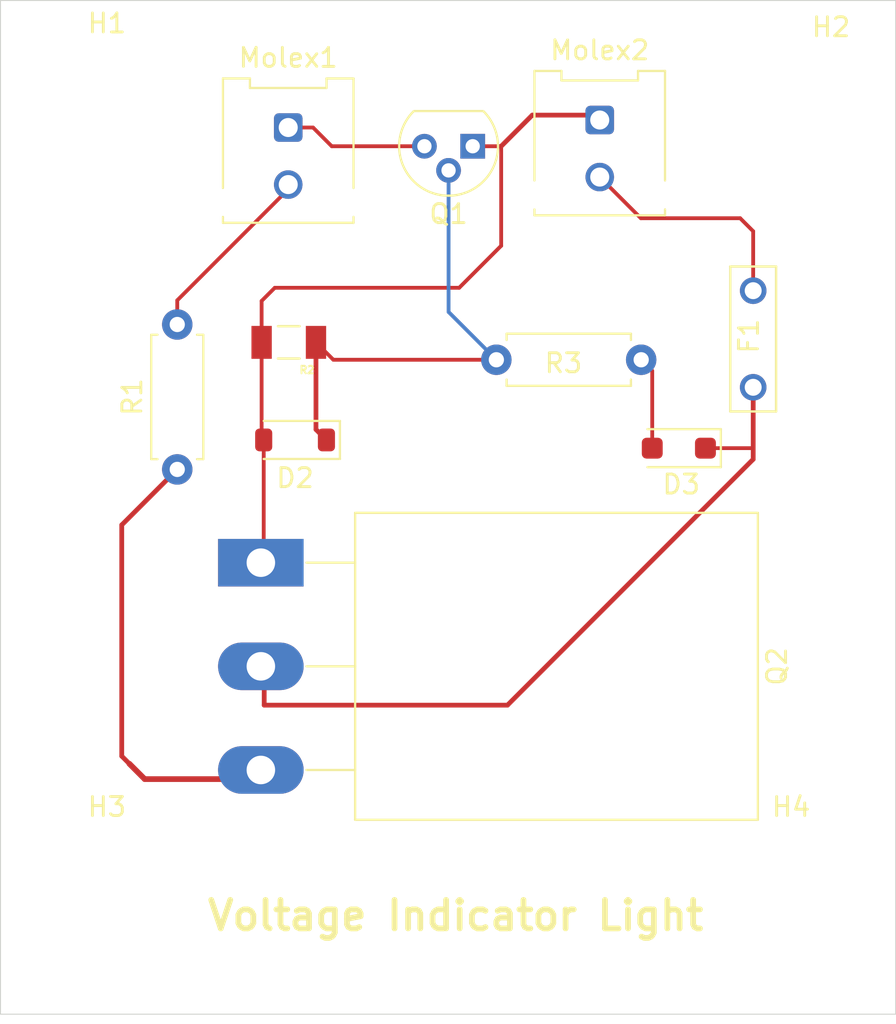
<source format=kicad_pcb>
(kicad_pcb (version 20240108) (generator "pcbnew") (generator_version "8.0")
  (layers (0 "F.Cu" signal) (31 "B.Cu" signal) (34 "B.Paste" user) (35 "F.Paste" user) (36 "B.SilkS" user "B.Silkscreen") (37 "F.SilkS" user "F.Silkscreen") (38 "B.Mask" user) (39 "F.Mask" user) (44 "Edge.Cuts" user))
  (net 0 "")
  (net 1 "Net-(D2-K)")
  (net 2 "/LED+")
  (net 3 "Net-(D3-K)")
  (net 4 "Net-(D3-A)")
  (net 5 "/HV-")
  (net 6 "/LED-")
  (net 7 "/HV+")
  (net 8 "Net-(Q2-S)")
  (footprint "MountingHole:MountingHole_4.3mm_M4" (layer "F.Cu") (at 156.2 107.6)
    (property "Reference" "H4" (at 0 -5.3 0) (layer "F.SilkS"))
    (property "Value" "MountingHole")
    (pad "" np_thru_hole circle (at 0 0) (size 4.3 4.3) (drill 4.3) (layers "*.Cu" "*.Mask"))
  )
  (footprint "Package_TO_SOT_THT:TO-92" (layer "F.Cu") (at 139.446 67.564 180)
    (property "Reference" "Q1" (at 1.27 -3.56 0) (layer "F.SilkS"))
    (property "Value" "VN2460")
    (fp_line (start -0.53 1.85) (end 3.07 1.85) (stroke (width 0.12)) (layer "F.SilkS"))
    (fp_arc (start 1.27 -2.6) (mid 3.672087 -0.994977) (end 3.108478 1.838478) (stroke (width 0.12)) (layer "F.SilkS"))
    (fp_arc (start -0.568478 1.838478) (mid -1.132087 -0.994977) (end 1.27 -2.6) (stroke (width 0.12)) (layer "F.SilkS"))
    (pad "1" thru_hole rect (at 0 0 180) (size 1.3 1.3) (drill 0.75) (layers "*.Cu" "*.Mask") (net 5 "/HV-"))
    (pad "2" thru_hole circle (at 1.27 -1.27 180) (size 1.3 1.3) (drill 0.75) (layers "*.Cu" "*.Mask") (net 1 "Net-(D2-K)"))
    (pad "3" thru_hole circle (at 2.54 0 180) (size 1.3 1.3) (drill 0.75) (layers "*.Cu" "*.Mask") (net 6 "/LED-"))
  )
  (footprint "Connector_Molex:Molex_Micro-Fit_3.0_43045-0212_2x01_P3.00mm_Vertical" (layer "F.Cu") (at 129.74 66.58)
    (property "Reference" "Molex1" (at 0 -3.67 0) (layer "F.SilkS"))
    (property "Value" "043045-0212")
    (fp_line (start -3.435 -2.58) (end -2.015 -2.58) (stroke (width 0.12)) (layer "F.SilkS"))
    (fp_line (start -3.435 3.18) (end -3.435 -2.58) (stroke (width 0.12)) (layer "F.SilkS"))
    (fp_line (start -3.435 4.7) (end -3.435 5.01) (stroke (width 0.12)) (layer "F.SilkS"))
    (fp_line (start -3.435 5.01) (end 3.435 5.01) (stroke (width 0.12)) (layer "F.SilkS"))
    (fp_line (start -2.015 -2.58) (end -2.015 -2.08) (stroke (width 0.12)) (layer "F.SilkS"))
    (fp_line (start -2.015 -2.08) (end 2.015 -2.08) (stroke (width 0.12)) (layer "F.SilkS"))
    (fp_line (start 2.015 -2.58) (end 3.435 -2.58) (stroke (width 0.12)) (layer "F.SilkS"))
    (fp_line (start 2.015 -2.08) (end 2.015 -2.58) (stroke (width 0.12)) (layer "F.SilkS"))
    (fp_line (start 3.435 -2.58) (end 3.435 3.18) (stroke (width 0.12)) (layer "F.SilkS"))
    (fp_line (start 3.435 5.01) (end 3.435 4.7) (stroke (width 0.12)) (layer "F.SilkS"))
    (pad "" np_thru_hole circle (at -3 3.94) (size 1 1) (drill 1) (layers "*.Cu" "*.Mask"))
    (pad "" np_thru_hole circle (at 3 3.94) (size 1 1) (drill 1) (layers "*.Cu" "*.Mask"))
    (pad "1" thru_hole roundrect (at 0 0) (size 1.5 1.5) (drill 1) (layers "*.Cu" "*.Mask") (roundrect_rratio 0.166667) (net 6 "/LED-"))
    (pad "2" thru_hole circle (at 0 3) (size 1.5 1.5) (drill 1) (layers "*.Cu" "*.Mask") (net 2 "/LED+"))
  )
  (footprint "Resistor_SMD:RESC3116X65N" (layer "F.Cu") (at 129.7696 77.8764 180)
    (property "Reference" "R2" (at -0.96 -1.45 0) (layer "F.SilkS") (effects (font (size 0.393701 0.393701))))
    (property "Value" "RK73G2BTTD1004C")
    (fp_line (start -0.57 0.85) (end 0.57 0.85) (stroke (width 0.127)) (layer "F.SilkS"))
    (fp_line (start -0.57 -0.85) (end 0.57 -0.85) (stroke (width 0.127)) (layer "F.SilkS"))
    (pad "1" smd rect (at -1.43 0 180) (size 1.07 1.73) (layers "F.Cu" "F.Paste" "F.Mask") (net 1 "Net-(D2-K)"))
    (pad "2" smd rect (at 1.43 0 180) (size 1.07 1.73) (layers "F.Cu" "F.Paste" "F.Mask") (net 5 "/HV-"))
  )
  (footprint "Connector_Molex:Molex_Micro-Fit_3.0_43045-0212_2x01_P3.00mm_Vertical" (layer "F.Cu") (at 146.13 66.185)
    (property "Reference" "Molex2" (at 0 -3.67 0) (layer "F.SilkS"))
    (property "Value" "043045-0212")
    (fp_line (start -3.435 -2.58) (end -2.015 -2.58) (stroke (width 0.12)) (layer "F.SilkS"))
    (fp_line (start -3.435 3.18) (end -3.435 -2.58) (stroke (width 0.12)) (layer "F.SilkS"))
    (fp_line (start -3.435 4.7) (end -3.435 5.01) (stroke (width 0.12)) (layer "F.SilkS"))
    (fp_line (start -3.435 5.01) (end 3.435 5.01) (stroke (width 0.12)) (layer "F.SilkS"))
    (fp_line (start -2.015 -2.58) (end -2.015 -2.08) (stroke (width 0.12)) (layer "F.SilkS"))
    (fp_line (start -2.015 -2.08) (end 2.015 -2.08) (stroke (width 0.12)) (layer "F.SilkS"))
    (fp_line (start 2.015 -2.58) (end 3.435 -2.58) (stroke (width 0.12)) (layer "F.SilkS"))
    (fp_line (start 2.015 -2.08) (end 2.015 -2.58) (stroke (width 0.12)) (layer "F.SilkS"))
    (fp_line (start 3.435 -2.58) (end 3.435 3.18) (stroke (width 0.12)) (layer "F.SilkS"))
    (fp_line (start 3.435 5.01) (end 3.435 4.7) (stroke (width 0.12)) (layer "F.SilkS"))
    (pad "" np_thru_hole circle (at -3 3.94) (size 1 1) (drill 1) (layers "*.Cu" "*.Mask"))
    (pad "" np_thru_hole circle (at 3 3.94) (size 1 1) (drill 1) (layers "*.Cu" "*.Mask"))
    (pad "1" thru_hole roundrect (at 0 0) (size 1.5 1.5) (drill 1) (layers "*.Cu" "*.Mask") (roundrect_rratio 0.166667) (net 5 "/HV-"))
    (pad "2" thru_hole circle (at 0 3) (size 1.5 1.5) (drill 1) (layers "*.Cu" "*.Mask") (net 7 "/HV+"))
  )
  (footprint "Diode_SMD:D_SOD-123F" (layer "F.Cu") (at 150.2918 83.439 180)
    (property "Reference" "D3" (at -0.127 -1.905 0) (layer "F.SilkS"))
    (property "Value" "PZ1AL62B-AU_R1_000A1")
    (fp_line (start -2.21 1) (end 1.65 1) (stroke (width 0.12)) (layer "F.SilkS"))
    (fp_line (start -2.21 -1) (end 1.65 -1) (stroke (width 0.12)) (layer "F.SilkS"))
    (fp_line (start -2.21 -1) (end -2.21 1) (stroke (width 0.12)) (layer "F.SilkS"))
    (pad "1" smd roundrect (at -1.4 0 180) (size 1.1 1.1) (layers "F.Cu" "F.Paste" "F.Mask") (roundrect_rratio 0.2272727273) (net 3 "Net-(D3-K)"))
    (pad "2" smd roundrect (at 1.4 0 180) (size 1.1 1.1) (layers "F.Cu" "F.Paste" "F.Mask") (roundrect_rratio 0.2272727273) (net 4 "Net-(D3-A)"))
  )
  (footprint "Resistor_THT:R_Axial_DIN0207_L6.3mm_D2.5mm_P7.62mm_Horizontal" (layer "F.Cu") (at 123.9012 84.5566 90)
    (property "Reference" "R1" (at 3.81 -2.37 90) (layer "F.SilkS"))
    (property "Value" "1100")
    (fp_line (start 7.08 -1.37) (end 7.08 -1.04) (stroke (width 0.12)) (layer "F.SilkS"))
    (fp_line (start 0.54 -1.37) (end 7.08 -1.37) (stroke (width 0.12)) (layer "F.SilkS"))
    (fp_line (start 0.54 -1.04) (end 0.54 -1.37) (stroke (width 0.12)) (layer "F.SilkS"))
    (fp_line (start 0.54 1.04) (end 0.54 1.37) (stroke (width 0.12)) (layer "F.SilkS"))
    (fp_line (start 7.08 1.37) (end 7.08 1.04) (stroke (width 0.12)) (layer "F.SilkS"))
    (fp_line (start 0.54 1.37) (end 7.08 1.37) (stroke (width 0.12)) (layer "F.SilkS"))
    (pad "1" thru_hole circle (at 0 0 90) (size 1.6 1.6) (drill 0.8) (layers "*.Cu" "*.Mask") (net 8 "Net-(Q2-S)"))
    (pad "2" thru_hole oval (at 7.62 0 90) (size 1.6 1.6) (drill 0.8) (layers "*.Cu" "*.Mask") (net 2 "/LED+"))
  )
  (footprint "Package_TO_SOT_THT:TO-247-3_Horizontal_TabDown" (layer "F.Cu") (at 128.3 89.46 -90)
    (property "Reference" "Q2" (at 5.45 -27.15 90) (layer "F.SilkS"))
    (property "Value" "UJ3N120035K3S")
    (fp_line (start -2.62 -4.96) (end 13.52 -4.96) (stroke (width 0.12)) (layer "F.SilkS"))
    (fp_line (start 0 -4.96) (end 0 -2.4) (stroke (width 0.12)) (layer "F.SilkS"))
    (fp_line (start 5.45 -4.96) (end 5.45 -2.4) (stroke (width 0.12)) (layer "F.SilkS"))
    (fp_line (start 10.9 -4.96) (end 10.9 -2.4) (stroke (width 0.12)) (layer "F.SilkS"))
    (fp_line (start -2.62 -26.15) (end -2.62 -4.96) (stroke (width 0.12)) (layer "F.SilkS"))
    (fp_line (start -2.62 -26.15) (end 13.52 -26.15) (stroke (width 0.12)) (layer "F.SilkS"))
    (fp_line (start 13.52 -26.15) (end 13.52 -4.96) (stroke (width 0.12)) (layer "F.SilkS"))
    (pad "" np_thru_hole oval (at 5.45 -19.86 270) (size 3.6 3.6) (drill 3.6) (layers "*.Cu" "*.Mask"))
    (pad "1" thru_hole rect (at 0 0 270) (size 2.5 4.5) (drill 1.5) (layers "*.Cu" "*.Mask") (net 5 "/HV-"))
    (pad "2" thru_hole oval (at 5.45 0 270) (size 2.5 4.5) (drill 1.5) (layers "*.Cu" "*.Mask") (net 3 "Net-(D3-K)"))
    (pad "3" thru_hole oval (at 10.9 0 270) (size 2.5 4.5) (drill 1.5) (layers "*.Cu" "*.Mask") (net 8 "Net-(Q2-S)"))
  )
  (footprint "MountingHole:MountingHole_4.3mm_M4" (layer "F.Cu") (at 120.2 107.6)
    (property "Reference" "H3" (at 0 -5.3 0) (layer "F.SilkS"))
    (property "Value" "MountingHole")
    (pad "" np_thru_hole circle (at 0 0) (size 4.3 4.3) (drill 4.3) (layers "*.Cu" "*.Mask"))
  )
  (footprint "Diode_SMD:D_SOD-123" (layer "F.Cu") (at 130.0998 83.0072 180)
    (property "Reference" "D2" (at 0 -2 0) (layer "F.SilkS"))
    (property "Value" "BZT52-B12_R1_00001")
    (fp_line (start -2.36 1) (end 1.65 1) (stroke (width 0.12)) (layer "F.SilkS"))
    (fp_line (start -2.36 -1) (end 1.65 -1) (stroke (width 0.12)) (layer "F.SilkS"))
    (fp_line (start -2.36 -1) (end -2.36 1) (stroke (width 0.12)) (layer "F.SilkS"))
    (pad "1" smd roundrect (at -1.65 0 180) (size 0.9 1.2) (layers "F.Cu" "F.Paste" "F.Mask") (net 1 "Net-(D2-K)"))
    (pad "2" smd roundrect (at 1.65 0 180) (size 0.9 1.2) (layers "F.Cu" "F.Paste" "F.Mask") (net 5 "/HV-"))
  )
  (footprint "Resistor_THT:R_Axial_DIN0207_L6.3mm_D2.5mm_P7.62mm_Horizontal" (layer "F.Cu") (at 148.3106 78.7908 180)
    (property "Reference" "R3" (at 4.0894 -0.1778 180) (layer "F.SilkS"))
    (property "Value" "PR02000201004FA100")
    (fp_line (start 7.08 1.37) (end 7.08 1.04) (stroke (width 0.12)) (layer "F.SilkS"))
    (fp_line (start 7.08 -1.37) (end 7.08 -1.04) (stroke (width 0.12)) (layer "F.SilkS"))
    (fp_line (start 0.54 1.37) (end 7.08 1.37) (stroke (width 0.12)) (layer "F.SilkS"))
    (fp_line (start 0.54 1.04) (end 0.54 1.37) (stroke (width 0.12)) (layer "F.SilkS"))
    (fp_line (start 0.54 -1.04) (end 0.54 -1.37) (stroke (width 0.12)) (layer "F.SilkS"))
    (fp_line (start 0.54 -1.37) (end 7.08 -1.37) (stroke (width 0.12)) (layer "F.SilkS"))
    (pad "1" thru_hole circle (at 0 0 180) (size 1.6 1.6) (drill 0.8) (layers "*.Cu" "*.Mask") (net 4 "Net-(D3-A)"))
    (pad "2" thru_hole oval (at 7.62 0 180) (size 1.6 1.6) (drill 0.8) (layers "*.Cu" "*.Mask") (net 1 "Net-(D2-K)"))
  )
  (footprint "BK_PCS:FUSE_BK_PCS" (layer "F.Cu") (at 154.2034 77.6986 -90)
    (property "Reference" "F1" (at -0.1524 0.2286 90) (layer "F.SilkS"))
    (property "Value" "750mA")
    (fp_line (start -3.81 1.205) (end -3.81 -1.205) (stroke (width 0.127)) (layer "F.SilkS"))
    (fp_line (start 3.81 1.205) (end -3.81 1.205) (stroke (width 0.127)) (layer "F.SilkS"))
    (fp_line (start -3.81 -1.205) (end 3.81 -1.205) (stroke (width 0.127)) (layer "F.SilkS"))
    (fp_line (start 3.81 -1.205) (end 3.81 1.205) (stroke (width 0.127)) (layer "F.SilkS"))
    (pad "1" thru_hole circle (at -2.54 0 270) (size 1.397 1.397) (drill 0.889) (layers "*.Cu" "*.Mask") (net 7 "/HV+"))
    (pad "2" thru_hole circle (at 2.54 0 270) (size 1.397 1.397) (drill 0.889) (layers "*.Cu" "*.Mask") (net 3 "Net-(D3-K)"))
  )
  (footprint "MountingHole:MountingHole_4.3mm_M4" (layer "F.Cu") (at 120.2 66.4)
    (property "Reference" "H1" (at 0 -5.3 0) (layer "F.SilkS"))
    (property "Value" "MountingHole")
    (pad "" np_thru_hole circle (at 0 0) (size 4.3 4.3) (drill 4.3) (layers "*.Cu" "*.Mask"))
  )
  (footprint "MountingHole:MountingHole_4.3mm_M4" (layer "F.Cu") (at 156.2 66.6)
    (property "Reference" "H2" (at 2.1 -5.3 0) (layer "F.SilkS"))
    (property "Value" "MountingHole")
    (pad "" np_thru_hole circle (at 0 0) (size 4.3 4.3) (drill 4.3) (layers "*.Cu" "*.Mask"))
  )
  (gr_rect (start 114.6 59.9) (end 161.7 113.2) (stroke (width 0.05)) (fill none) (layer "Edge.Cuts"))
  (gr_text "Voltage Indicator Light" (at 125.349 108.8898 0) (layer "F.SilkS") (effects (font (size 1.5 1.5) (thickness 0.3) (bold yes)) (justify left bottom)))
  (segment (start 132.114 78.7908) (end 131.1996 77.8764) (width 0.2) (layer "F.Cu") (net 1))
  (segment (start 131.1996 82.457) (end 131.7498 83.0072) (width 0.25) (layer "F.Cu") (net 1))
  (segment (start 131.1996 77.8764) (end 131.1996 82.457) (width 0.25) (layer "F.Cu") (net 1))
  (segment (start 140.6906 78.7908) (end 132.114 78.7908) (width 0.2) (layer "F.Cu") (net 1))
  (segment (start 138.176 68.834) (end 138.176 76.2762) (width 0.2) (layer "B.Cu") (net 1))
  (segment (start 138.176 76.2762) (end 140.6906 78.7908) (width 0.2) (layer "B.Cu") (net 1))
  (segment (start 123.9012 76.9366) (end 123.9012 75.6666) (width 0.2) (layer "F.Cu") (net 2))
  (segment (start 123.9012 75.6666) (end 129.8639 69.7039) (width 0.2) (layer "F.Cu") (net 2))
  (segment (start 129.8639 69.7039) (end 129.832 69.672) (width 0.2) (layer "F.Cu") (net 2))
  (segment (start 154.1526 83.439) (end 154.2034 83.3882) (width 0.2) (layer "F.Cu") (net 3))
  (segment (start 128.476 95.086) (end 128.476 96.9518) (width 0.25) (layer "F.Cu") (net 3))
  (segment (start 128.476 96.9518) (end 141.2748 96.9518) (width 0.25) (layer "F.Cu") (net 3))
  (segment (start 154.2034 83.3882) (end 154.2034 80.2386) (width 0.25) (layer "F.Cu") (net 3))
  (segment (start 141.2748 96.9518) (end 154.2034 84.0232) (width 0.25) (layer "F.Cu") (net 3))
  (segment (start 154.2034 84.0232) (end 154.2034 83.3882) (width 0.25) (layer "F.Cu") (net 3))
  (segment (start 151.6918 83.439) (end 154.1526 83.439) (width 0.2) (layer "F.Cu") (net 3))
  (segment (start 128.3 94.91) (end 128.476 95.086) (width 0.2) (layer "F.Cu") (net 3))
  (segment (start 148.8918 83.439) (end 148.8918 79.372) (width 0.2) (layer "F.Cu") (net 4))
  (segment (start 148.8918 79.372) (end 148.3106 78.7908) (width 0.2) (layer "F.Cu") (net 4))
  (segment (start 128.3396 82.897) (end 128.3396 77.8764) (width 0.2) (layer "F.Cu") (net 5))
  (segment (start 140.9446 72.7964) (end 140.9446 67.6402) (width 0.2) (layer "F.Cu") (net 5))
  (segment (start 140.9446 67.564) (end 142.5802 65.9284) (width 0.25) (layer "F.Cu") (net 5))
  (segment (start 138.7348 75.0062) (end 140.9446 72.7964) (width 0.2) (layer "F.Cu") (net 5))
  (segment (start 128.476 83.0334) (end 128.4498 83.0072) (width 0.2) (layer "F.Cu") (net 5))
  (segment (start 140.9446 67.6402) (end 140.8684 67.564) (width 0.2) (layer "F.Cu") (net 5))
  (segment (start 128.4498 83.0072) (end 128.3396 82.897) (width 0.2) (layer "F.Cu") (net 5))
  (segment (start 140.8684 67.564) (end 140.9446 67.564) (width 0.2) (layer "F.Cu") (net 5))
  (segment (start 128.4498 83.0072) (end 128.4498 89.3102) (width 0.2) (layer "F.Cu") (net 5))
  (segment (start 128.3396 75.6986) (end 129.032 75.0062) (width 0.2) (layer "F.Cu") (net 5))
  (segment (start 128.4498 89.3102) (end 128.3 89.46) (width 0.2) (layer "F.Cu") (net 5))
  (segment (start 139.446 67.564) (end 140.8684 67.564) (width 0.2) (layer "F.Cu") (net 5))
  (segment (start 129.032 75.0062) (end 138.7348 75.0062) (width 0.2) (layer "F.Cu") (net 5))
  (segment (start 145.8734 65.9284) (end 146.13 66.185) (width 0.2) (layer "F.Cu") (net 5))
  (segment (start 128.3396 77.8764) (end 128.3396 75.6986) (width 0.2) (layer "F.Cu") (net 5))
  (segment (start 142.5802 65.9284) (end 145.8734 65.9284) (width 0.25) (layer "F.Cu") (net 5))
  (segment (start 129.74 66.58) (end 131.0452 66.58) (width 0.2) (layer "F.Cu") (net 6))
  (segment (start 131.0452 66.58) (end 132.0292 67.564) (width 0.2) (layer "F.Cu") (net 6))
  (segment (start 132.0292 67.564) (end 136.906 67.564) (width 0.2) (layer "F.Cu") (net 6))
  (segment (start 154.2034 75.1586) (end 154.2034 72.0344) (width 0.2) (layer "F.Cu") (net 7))
  (segment (start 153.5176 71.3486) (end 148.2936 71.3486) (width 0.2) (layer "F.Cu") (net 7))
  (segment (start 154.2034 72.0344) (end 153.5176 71.3486) (width 0.2) (layer "F.Cu") (net 7))
  (segment (start 148.2936 71.3486) (end 146.13 69.185) (width 0.2) (layer "F.Cu") (net 7))
  (segment (start 120.9802 87.4776) (end 120.9802 99.6302) (width 0.25) (layer "F.Cu") (net 8))
  (segment (start 122.19 100.84) (end 121.3809 100.0309) (width 0.3) (layer "F.Cu") (net 8))
  (segment (start 127.82 100.84) (end 122.19 100.84) (width 0.3) (layer "F.Cu") (net 8))
  (segment (start 123.9012 84.5566) (end 120.9802 87.4776) (width 0.25) (layer "F.Cu") (net 8))
  (segment (start 128.3 100.36) (end 127.82 100.84) (width 0.2) (layer "F.Cu") (net 8))
  (segment (start 120.9802 99.6302) (end 121.3809 100.0309) (width 0.25) (layer "F.Cu") (net 8))
)
</source>
